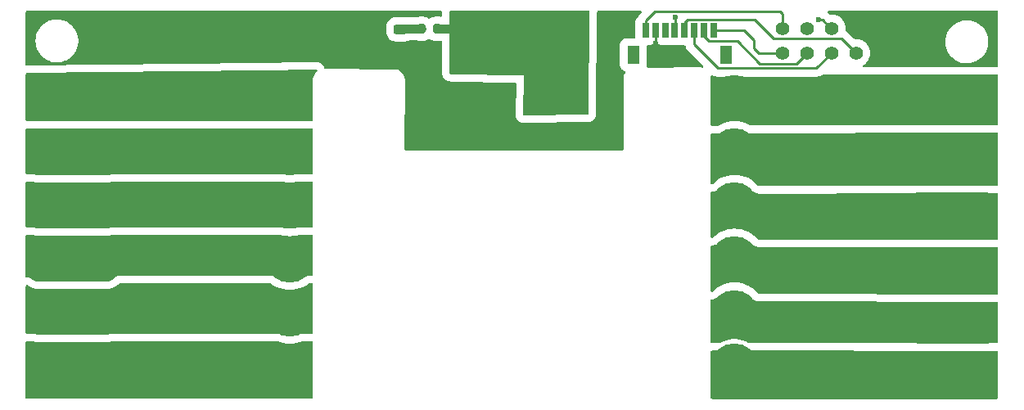
<source format=gtl>
%TF.GenerationSoftware,KiCad,Pcbnew,8.0.4*%
%TF.CreationDate,2025-01-10T16:53:36-05:00*%
%TF.ProjectId,X17-ESC-Adapter,5831372d-4553-4432-9d41-646170746572,rev?*%
%TF.SameCoordinates,Original*%
%TF.FileFunction,Copper,L1,Top*%
%TF.FilePolarity,Positive*%
%FSLAX46Y46*%
G04 Gerber Fmt 4.6, Leading zero omitted, Abs format (unit mm)*
G04 Created by KiCad (PCBNEW 8.0.4) date 2025-01-10 16:53:36*
%MOMM*%
%LPD*%
G01*
G04 APERTURE LIST*
G04 Aperture macros list*
%AMRoundRect*
0 Rectangle with rounded corners*
0 $1 Rounding radius*
0 $2 $3 $4 $5 $6 $7 $8 $9 X,Y pos of 4 corners*
0 Add a 4 corners polygon primitive as box body*
4,1,4,$2,$3,$4,$5,$6,$7,$8,$9,$2,$3,0*
0 Add four circle primitives for the rounded corners*
1,1,$1+$1,$2,$3*
1,1,$1+$1,$4,$5*
1,1,$1+$1,$6,$7*
1,1,$1+$1,$8,$9*
0 Add four rect primitives between the rounded corners*
20,1,$1+$1,$2,$3,$4,$5,0*
20,1,$1+$1,$4,$5,$6,$7,0*
20,1,$1+$1,$6,$7,$8,$9,0*
20,1,$1+$1,$8,$9,$2,$3,0*%
G04 Aperture macros list end*
%TA.AperFunction,SMDPad,CuDef*%
%ADD10RoundRect,0.920750X3.587750X-0.920750X3.587750X0.920750X-3.587750X0.920750X-3.587750X-0.920750X0*%
%TD*%
%TA.AperFunction,SMDPad,CuDef*%
%ADD11RoundRect,0.200000X0.200000X0.275000X-0.200000X0.275000X-0.200000X-0.275000X0.200000X-0.275000X0*%
%TD*%
%TA.AperFunction,ComponentPad*%
%ADD12C,1.701800*%
%TD*%
%TA.AperFunction,ComponentPad*%
%ADD13C,1.390000*%
%TD*%
%TA.AperFunction,ComponentPad*%
%ADD14R,1.390000X1.390000*%
%TD*%
%TA.AperFunction,ComponentPad*%
%ADD15C,4.800000*%
%TD*%
%TA.AperFunction,SMDPad,CuDef*%
%ADD16R,4.000000X2.000000*%
%TD*%
%TA.AperFunction,SMDPad,CuDef*%
%ADD17R,0.660400X1.549400*%
%TD*%
%TA.AperFunction,SMDPad,CuDef*%
%ADD18R,1.295400X1.905000*%
%TD*%
%TA.AperFunction,SMDPad,CuDef*%
%ADD19RoundRect,0.243750X0.456250X-0.243750X0.456250X0.243750X-0.456250X0.243750X-0.456250X-0.243750X0*%
%TD*%
%TA.AperFunction,ViaPad*%
%ADD20C,0.600000*%
%TD*%
%TA.AperFunction,Conductor*%
%ADD21C,0.200000*%
%TD*%
%TA.AperFunction,Conductor*%
%ADD22C,0.889000*%
%TD*%
%TA.AperFunction,Conductor*%
%ADD23C,0.254000*%
%TD*%
%TA.AperFunction,Conductor*%
%ADD24C,0.508000*%
%TD*%
G04 APERTURE END LIST*
D10*
%TO.P,J3,1,Pin_1*%
%TO.N,ESC1B*%
X112500000Y-92500000D03*
%TD*%
%TO.P,J11,1,Pin_1*%
%TO.N,ESC4A*%
X203540000Y-104570000D03*
%TD*%
%TO.P,J9,1,Pin_1*%
%TO.N,ESC3C*%
X203440000Y-98020000D03*
%TD*%
D11*
%TO.P,R2,1*%
%TO.N,+12V*%
X150225000Y-79200000D03*
%TO.P,R2,2*%
%TO.N,Net-(D1-Pad2)*%
X148575000Y-79200000D03*
%TD*%
D12*
%TO.P,ESC2,1,1*%
%TO.N,ESC2C*%
X119710000Y-113870000D03*
%TO.P,ESC2,2,2*%
X126710001Y-113870000D03*
%TO.P,ESC2,3,3*%
%TO.N,ESC2B*%
X119710000Y-108870000D03*
%TO.P,ESC2,4,4*%
X126710001Y-108870000D03*
%TO.P,ESC2,5,5*%
%TO.N,ESC2A*%
X119710000Y-103870000D03*
%TO.P,ESC2,6,6*%
X126710001Y-103870000D03*
%TD*%
%TO.P,ESC1,1,1*%
%TO.N,ESC1C*%
X120010000Y-97180000D03*
%TO.P,ESC1,2,2*%
X127010001Y-97180000D03*
%TO.P,ESC1,3,3*%
%TO.N,ESC1B*%
X120010000Y-92180000D03*
%TO.P,ESC1,4,4*%
X127010001Y-92180000D03*
%TO.P,ESC1,5,5*%
%TO.N,ESC1A*%
X120010000Y-87180000D03*
%TO.P,ESC1,6,6*%
X127010001Y-87180000D03*
%TD*%
D13*
%TO.P,J2,01,01*%
%TO.N,+12V*%
X152890000Y-79200000D03*
X152890000Y-81740000D03*
X155430000Y-79200000D03*
X155430000Y-81740000D03*
X157970000Y-79200000D03*
X157970000Y-81740000D03*
X160510000Y-79200000D03*
X160510000Y-81740000D03*
X163050000Y-79200000D03*
D14*
X163050000Y-81740000D03*
%TO.P,J2,03,03*%
%TO.N,GND*%
X119890000Y-79425000D03*
D13*
X119890000Y-81965000D03*
X122430000Y-79425000D03*
X122430000Y-81965000D03*
X124970000Y-79425000D03*
X124970000Y-81965000D03*
X127510000Y-79425000D03*
X127510000Y-81965000D03*
X130050000Y-79425000D03*
X130050000Y-81965000D03*
X193550000Y-79175000D03*
X196090000Y-79175000D03*
D14*
X196090000Y-81715000D03*
D13*
%TO.P,J2,04,04*%
%TO.N,PWM1*%
X193550000Y-81715000D03*
%TO.P,J2,05,05*%
%TO.N,Telemetry*%
X191010000Y-79175000D03*
%TO.P,J2,06,06*%
%TO.N,PWM2*%
X191010000Y-81715000D03*
%TO.P,J2,07,07*%
%TO.N,unconnected-(J2-Pad07)*%
X188470000Y-79175000D03*
%TO.P,J2,08,08*%
%TO.N,PWM3*%
X188470000Y-81715000D03*
%TO.P,J2,09,09*%
%TO.N,+5V*%
X185930000Y-79175000D03*
%TO.P,J2,10,10*%
%TO.N,PWM4*%
X185930000Y-81715000D03*
%TD*%
D10*
%TO.P,J10,1,Pin_1*%
%TO.N,ESC3B*%
X203400000Y-92610000D03*
%TD*%
D15*
%TO.P,ESC5,1,M1P1*%
%TO.N,ESC1A*%
X134975000Y-86355000D03*
%TO.P,ESC5,2,M1P2*%
%TO.N,ESC1B*%
X134975000Y-91925000D03*
%TO.P,ESC5,3,M1P3*%
%TO.N,ESC1C*%
X134975000Y-97495000D03*
%TO.P,ESC5,4,M2P1*%
%TO.N,ESC2A*%
X134975000Y-103055000D03*
%TO.P,ESC5,5,M2P2*%
%TO.N,ESC2B*%
X134975000Y-108625000D03*
%TO.P,ESC5,6,M2P3*%
%TO.N,ESC2C*%
X134975000Y-114195000D03*
%TO.P,ESC5,7,M4P3*%
%TO.N,ESC4C*%
X180975000Y-114195000D03*
%TO.P,ESC5,8,M4P2*%
%TO.N,ESC4B*%
X180975000Y-108625000D03*
%TO.P,ESC5,9,M4P1*%
%TO.N,ESC4A*%
X180975000Y-103055000D03*
%TO.P,ESC5,10,M3P3*%
%TO.N,ESC3C*%
X180975000Y-97495000D03*
%TO.P,ESC5,11,M3P2*%
%TO.N,ESC3B*%
X180975000Y-91925000D03*
%TO.P,ESC5,12,M3P1*%
%TO.N,ESC3A*%
X180975000Y-86355000D03*
D16*
%TO.P,ESC5,GND,GND*%
%TO.N,GND*%
X153485000Y-86605000D03*
%TO.P,ESC5,VIN,VIN*%
%TO.N,+12V*%
X162465000Y-86605000D03*
%TD*%
D10*
%TO.P,J1,1,Pin_1*%
%TO.N,ESC1C*%
X112500000Y-98000000D03*
%TD*%
D17*
%TO.P,BM08B-SRSS-TBLFSN1,1,1*%
%TO.N,PWM4*%
X178800001Y-79371600D03*
%TO.P,BM08B-SRSS-TBLFSN1,2,2*%
%TO.N,PWM3*%
X177800000Y-79371600D03*
%TO.P,BM08B-SRSS-TBLFSN1,3,3*%
%TO.N,PWM2*%
X176800000Y-79371600D03*
%TO.P,BM08B-SRSS-TBLFSN1,4,4*%
%TO.N,PWM1*%
X175799999Y-79371600D03*
%TO.P,BM08B-SRSS-TBLFSN1,5,5*%
%TO.N,Telemetry*%
X174800001Y-79371600D03*
%TO.P,BM08B-SRSS-TBLFSN1,6,6*%
%TO.N,unconnected-(BM08B-SRSS-TBLFSN1-Pad6)*%
X173800000Y-79371600D03*
%TO.P,BM08B-SRSS-TBLFSN1,7,7*%
%TO.N,GND*%
X172800000Y-79371600D03*
%TO.P,BM08B-SRSS-TBLFSN1,8,8*%
%TO.N,+5V*%
X171799999Y-79371600D03*
D18*
%TO.P,BM08B-SRSS-TBLFSN1,9*%
%TO.N,N/C*%
X170499999Y-81896599D03*
%TO.P,BM08B-SRSS-TBLFSN1,10*%
X180100001Y-81896599D03*
%TD*%
D10*
%TO.P,J5,1,Pin_1*%
%TO.N,ESC2C*%
X112500000Y-115000000D03*
%TD*%
%TO.P,J4,1,Pin_1*%
%TO.N,ESC1A*%
X112390000Y-86750000D03*
%TD*%
D12*
%TO.P,ESC4,1,1*%
%TO.N,ESC4A*%
X196480001Y-104360000D03*
%TO.P,ESC4,2,2*%
X189480000Y-104360000D03*
%TO.P,ESC4,3,3*%
%TO.N,ESC4B*%
X196480001Y-109360000D03*
%TO.P,ESC4,4,4*%
X189480000Y-109360000D03*
%TO.P,ESC4,5,5*%
%TO.N,ESC4C*%
X196480001Y-114360000D03*
%TO.P,ESC4,6,6*%
X189480000Y-114360000D03*
%TD*%
D10*
%TO.P,J7,1,Pin_1*%
%TO.N,ESC2A*%
X112500000Y-103500000D03*
%TD*%
D19*
%TO.P,D1,1*%
%TO.N,GND*%
X146400000Y-81137500D03*
%TO.P,D1,2*%
%TO.N,Net-(D1-Pad2)*%
X146400000Y-79262500D03*
%TD*%
D10*
%TO.P,J12,1,Pin_1*%
%TO.N,ESC4B*%
X203590000Y-109890000D03*
%TD*%
%TO.P,J13,1,Pin_1*%
%TO.N,ESC4C*%
X203530000Y-114700000D03*
%TD*%
%TO.P,J6,1,Pin_1*%
%TO.N,ESC2B*%
X112500000Y-109000000D03*
%TD*%
D12*
%TO.P,ESC3,1,1*%
%TO.N,ESC3A*%
X196440000Y-87450000D03*
%TO.P,ESC3,2,2*%
X189439999Y-87450000D03*
%TO.P,ESC3,3,3*%
%TO.N,ESC3B*%
X196440000Y-92450000D03*
%TO.P,ESC3,4,4*%
X189439999Y-92450000D03*
%TO.P,ESC3,5,5*%
%TO.N,ESC3C*%
X196440000Y-97450000D03*
%TO.P,ESC3,6,6*%
X189439999Y-97450000D03*
%TD*%
D10*
%TO.P,J8,1,Pin_1*%
%TO.N,ESC3A*%
X203370000Y-87210000D03*
%TD*%
D20*
%TO.N,GND*%
X136000000Y-82000000D03*
X150000000Y-82000000D03*
X153000000Y-89000000D03*
X139000000Y-82000000D03*
X133000000Y-79000000D03*
X148000000Y-88000000D03*
X156000000Y-91000000D03*
X168000000Y-85000000D03*
X150000000Y-88000000D03*
X148000000Y-82000000D03*
X168000000Y-82000000D03*
X168000000Y-88000000D03*
X117000000Y-79000000D03*
X148000000Y-85000000D03*
X142000000Y-82000000D03*
X162000000Y-91000000D03*
X153000000Y-91000000D03*
X168000000Y-91000000D03*
X156000000Y-89000000D03*
X139000000Y-79000000D03*
X136000000Y-79000000D03*
X148000000Y-91000000D03*
X165000000Y-91000000D03*
X133000000Y-82000000D03*
X168000000Y-79000000D03*
X150000000Y-91000000D03*
X145000000Y-82000000D03*
X159000000Y-91000000D03*
X150000000Y-85000000D03*
X117000000Y-82000000D03*
X168400000Y-80700000D03*
X142000000Y-79000000D03*
X172800000Y-80700000D03*
%TO.N,Telemetry*%
X189700000Y-78300000D03*
X174848452Y-78000000D03*
%TD*%
D21*
%TO.N,ESC2B*%
X133970000Y-108000000D02*
X134990000Y-109020000D01*
%TO.N,ESC3A*%
X182197200Y-87957200D02*
X180990000Y-86750000D01*
%TO.N,ESC4A*%
X181662801Y-104122801D02*
X180990000Y-103450000D01*
D22*
%TO.N,+12V*%
X152890000Y-79200000D02*
X150225000Y-79200000D01*
D23*
%TO.N,GND*%
X172800000Y-80700000D02*
X172800000Y-79371600D01*
X153410000Y-86690000D02*
X152220000Y-86690000D01*
D22*
%TO.N,Net-(D1-Pad2)*%
X148575000Y-79200000D02*
X146462500Y-79200000D01*
D24*
X146462500Y-79200000D02*
X146400000Y-79262500D01*
D23*
%TO.N,PWM4*%
X181935000Y-79335000D02*
X183000000Y-80400000D01*
X183000000Y-81200000D02*
X183515000Y-81715000D01*
X178780001Y-79335000D02*
X181935000Y-79335000D01*
X183515000Y-81715000D02*
X185930000Y-81715000D01*
X183000000Y-80400000D02*
X183000000Y-81200000D01*
%TO.N,PWM2*%
X191010000Y-81715000D02*
X189449000Y-83276000D01*
X179241802Y-83276000D02*
X176780000Y-80814198D01*
X189449000Y-83276000D02*
X179241802Y-83276000D01*
X176780000Y-80814198D02*
X176780000Y-79335000D01*
%TO.N,PWM1*%
X175779999Y-79335000D02*
X175779999Y-78576101D01*
X183055353Y-78233300D02*
X185022053Y-80200000D01*
X176122800Y-78233300D02*
X183055353Y-78233300D01*
X185022053Y-80200000D02*
X192035000Y-80200000D01*
X192035000Y-80200000D02*
X193550000Y-81715000D01*
X175779999Y-78576101D02*
X176122800Y-78233300D01*
%TO.N,PWM3*%
X177780000Y-79335000D02*
X177780000Y-79927800D01*
X187363000Y-82822000D02*
X188470000Y-81715000D01*
X183600000Y-82822000D02*
X187363000Y-82822000D01*
X178352200Y-80500000D02*
X181278000Y-80500000D01*
X181278000Y-80500000D02*
X183600000Y-82822000D01*
X177780000Y-79927800D02*
X178352200Y-80500000D01*
%TO.N,Telemetry*%
X190100000Y-78300000D02*
X191060000Y-79260000D01*
X174848452Y-78000000D02*
X174848452Y-79323149D01*
X189700000Y-78300000D02*
X190100000Y-78300000D01*
X174848452Y-79323149D02*
X174800001Y-79371600D01*
%TO.N,+5V*%
X185673000Y-77373000D02*
X172769899Y-77373000D01*
X185980000Y-79260000D02*
X185980000Y-77680000D01*
X171799999Y-78342900D02*
X171799999Y-79371600D01*
X172769899Y-77373000D02*
X171799999Y-78342900D01*
X171780000Y-79334999D02*
X171779999Y-79335000D01*
X185980000Y-77680000D02*
X185673000Y-77373000D01*
%TD*%
%TA.AperFunction,Conductor*%
%TO.N,ESC1A*%
G36*
X137775133Y-83423314D02*
G01*
X137821734Y-83475373D01*
X137832791Y-83544362D01*
X137804795Y-83608378D01*
X137789788Y-83623436D01*
X137710677Y-83690241D01*
X137710674Y-83690243D01*
X137583796Y-83842233D01*
X137583793Y-83842237D01*
X137485134Y-84013897D01*
X137485132Y-84013901D01*
X137417676Y-84200035D01*
X137417674Y-84200042D01*
X137383450Y-84395043D01*
X137383500Y-84492061D01*
X137383500Y-88608500D01*
X137363815Y-88675539D01*
X137311011Y-88721294D01*
X137259500Y-88732500D01*
X135355205Y-88732500D01*
X135290737Y-88735212D01*
X135267381Y-88737182D01*
X135267380Y-88737170D01*
X135262184Y-88737645D01*
X134981952Y-88753382D01*
X134968047Y-88753382D01*
X134687838Y-88737647D01*
X134682638Y-88737171D01*
X134682637Y-88737184D01*
X134680042Y-88736965D01*
X134680033Y-88736964D01*
X134664845Y-88735683D01*
X134659242Y-88735211D01*
X134594797Y-88732500D01*
X134594786Y-88732500D01*
X107774500Y-88732500D01*
X107707461Y-88712815D01*
X107661706Y-88660011D01*
X107650500Y-88608500D01*
X107650500Y-83914639D01*
X107670185Y-83847600D01*
X107722989Y-83801845D01*
X107772996Y-83790648D01*
X131800000Y-83500000D01*
X137707785Y-83404713D01*
X137775133Y-83423314D01*
G37*
%TD.AperFunction*%
%TD*%
%TA.AperFunction,Conductor*%
%TO.N,ESC1C*%
G36*
X108347032Y-95006516D02*
G01*
X108496171Y-95056877D01*
X108750800Y-95101216D01*
X108808887Y-95104000D01*
X116191112Y-95103999D01*
X116249200Y-95101216D01*
X116503829Y-95056877D01*
X116652967Y-95006516D01*
X116692637Y-95000000D01*
X134207302Y-95000000D01*
X134241629Y-95004846D01*
X134262082Y-95010738D01*
X134270169Y-95013068D01*
X134620354Y-95072567D01*
X134975000Y-95092483D01*
X135329646Y-95072567D01*
X135679831Y-95013068D01*
X135702570Y-95006517D01*
X135708371Y-95004846D01*
X135742698Y-95000000D01*
X137259500Y-95000000D01*
X137326539Y-95019685D01*
X137372294Y-95072489D01*
X137383500Y-95124000D01*
X137383500Y-99608500D01*
X137363815Y-99675539D01*
X137311011Y-99721294D01*
X137259500Y-99732500D01*
X135985661Y-99732500D01*
X135878421Y-99740031D01*
X135878400Y-99740033D01*
X135844090Y-99744875D01*
X135844068Y-99744879D01*
X135738874Y-99767340D01*
X135738858Y-99767344D01*
X135515458Y-99831704D01*
X135501902Y-99834798D01*
X135250446Y-99877523D01*
X135236627Y-99879080D01*
X135037650Y-99890253D01*
X135023749Y-99890253D01*
X134975003Y-99887517D01*
X134974997Y-99887517D01*
X134926249Y-99890253D01*
X134912348Y-99890253D01*
X134713371Y-99879080D01*
X134699552Y-99877523D01*
X134448093Y-99834798D01*
X134434536Y-99831704D01*
X134211133Y-99767342D01*
X134105948Y-99744882D01*
X134105914Y-99744876D01*
X134071590Y-99740031D01*
X133964340Y-99732500D01*
X133964329Y-99732500D01*
X116692637Y-99732500D01*
X116692616Y-99732500D01*
X116568245Y-99742648D01*
X116568234Y-99742649D01*
X116528564Y-99749165D01*
X116407415Y-99779355D01*
X116407414Y-99779356D01*
X116323126Y-99807817D01*
X116304730Y-99812495D01*
X116177450Y-99834660D01*
X116156176Y-99836499D01*
X108843828Y-99836499D01*
X108822556Y-99834661D01*
X108695265Y-99812496D01*
X108676867Y-99807817D01*
X108658059Y-99801466D01*
X108592578Y-99779355D01*
X108592567Y-99779352D01*
X108592554Y-99779348D01*
X108471435Y-99749164D01*
X108431768Y-99742649D01*
X108431757Y-99742648D01*
X108307383Y-99732500D01*
X108307363Y-99732500D01*
X107774500Y-99732500D01*
X107707461Y-99712815D01*
X107661706Y-99660011D01*
X107650500Y-99608500D01*
X107650500Y-95124000D01*
X107670185Y-95056961D01*
X107722989Y-95011206D01*
X107774500Y-95000000D01*
X108307363Y-95000000D01*
X108347032Y-95006516D01*
G37*
%TD.AperFunction*%
%TD*%
%TA.AperFunction,Conductor*%
%TO.N,ESC3A*%
G36*
X208188566Y-83930893D02*
G01*
X208234476Y-83983562D01*
X208245834Y-84035468D01*
X208243281Y-89039950D01*
X208223562Y-89106980D01*
X208170735Y-89152708D01*
X208119563Y-89163887D01*
X182654257Y-89221894D01*
X182593994Y-89206422D01*
X182349316Y-89071194D01*
X182349312Y-89071192D01*
X182080430Y-88959819D01*
X182021153Y-88935266D01*
X182021150Y-88935265D01*
X181679835Y-88836933D01*
X181679827Y-88836931D01*
X181329653Y-88777434D01*
X181329641Y-88777432D01*
X180975000Y-88757517D01*
X180620358Y-88777432D01*
X180620346Y-88777434D01*
X180270172Y-88836931D01*
X180270164Y-88836933D01*
X179928849Y-88935265D01*
X179600687Y-89071192D01*
X179600683Y-89071194D01*
X179342107Y-89214103D01*
X179282409Y-89229575D01*
X178639917Y-89231039D01*
X178572832Y-89211507D01*
X178526957Y-89158807D01*
X178515634Y-89107020D01*
X178516486Y-84418306D01*
X178516490Y-84418262D01*
X178516500Y-84343360D01*
X178516500Y-84343355D01*
X178516500Y-84343218D01*
X178516512Y-84277484D01*
X178516510Y-84277479D01*
X178516512Y-84270229D01*
X178516405Y-84268606D01*
X178516403Y-84243724D01*
X178510281Y-84209084D01*
X178498736Y-84143752D01*
X178506454Y-84074310D01*
X178550489Y-84020064D01*
X178616862Y-83998237D01*
X178620408Y-83998175D01*
X178683299Y-83997990D01*
X178750395Y-84017478D01*
X178752551Y-84018886D01*
X178820469Y-84064267D01*
X178954515Y-84119790D01*
X178982344Y-84131317D01*
X179154189Y-84165499D01*
X179154193Y-84165500D01*
X179154194Y-84165500D01*
X189536609Y-84165500D01*
X189536610Y-84165499D01*
X189708458Y-84131317D01*
X189870336Y-84064265D01*
X189988313Y-83985434D01*
X190054990Y-83964557D01*
X190056742Y-83964538D01*
X208121473Y-83911407D01*
X208188566Y-83930893D01*
G37*
%TD.AperFunction*%
%TD*%
%TA.AperFunction,Conductor*%
%TO.N,+12V*%
G36*
X165940715Y-77372185D02*
G01*
X165986470Y-77424989D01*
X165997671Y-77477640D01*
X165901113Y-87978933D01*
X165880813Y-88045789D01*
X165827590Y-88091056D01*
X165778941Y-88101780D01*
X159228855Y-88198105D01*
X159161534Y-88179408D01*
X159115007Y-88127282D01*
X159103067Y-88071166D01*
X159103672Y-88045789D01*
X159200000Y-84000000D01*
X151622390Y-83901589D01*
X151555612Y-83881035D01*
X151510546Y-83827641D01*
X151500000Y-83777599D01*
X151500000Y-77476500D01*
X151519685Y-77409461D01*
X151572489Y-77363706D01*
X151624000Y-77352500D01*
X165873676Y-77352500D01*
X165940715Y-77372185D01*
G37*
%TD.AperFunction*%
%TD*%
%TA.AperFunction,Conductor*%
%TO.N,ESC4B*%
G36*
X182379480Y-106712885D02*
G01*
X182446504Y-106732613D01*
X182451131Y-106735741D01*
X182464935Y-106745536D01*
X182475792Y-106754193D01*
X182475807Y-106754206D01*
X182665996Y-106924169D01*
X182675827Y-106934000D01*
X182803193Y-107076523D01*
X182803194Y-107076524D01*
X182803193Y-107076524D01*
X182841228Y-107119085D01*
X182841235Y-107119093D01*
X182903700Y-107180189D01*
X182914896Y-107191140D01*
X182940147Y-107212719D01*
X182940153Y-107212723D01*
X182940155Y-107212725D01*
X183022047Y-107269886D01*
X183062998Y-107298470D01*
X183221334Y-107365308D01*
X183288341Y-107385102D01*
X183333773Y-107397024D01*
X183504526Y-107416544D01*
X208108888Y-107456539D01*
X208108895Y-107456538D01*
X208110022Y-107456540D01*
X208177029Y-107476334D01*
X208222698Y-107529212D01*
X208233820Y-107580603D01*
X208231760Y-111618348D01*
X208212041Y-111685378D01*
X208159214Y-111731106D01*
X208107720Y-111742285D01*
X182548630Y-111733977D01*
X182481597Y-111714271D01*
X182480578Y-111713608D01*
X182437655Y-111685378D01*
X182427713Y-111678839D01*
X182427699Y-111678831D01*
X182125783Y-111527203D01*
X182125777Y-111527200D01*
X181808284Y-111411642D01*
X181808281Y-111411641D01*
X181581639Y-111357926D01*
X181479520Y-111333724D01*
X181143935Y-111294500D01*
X180806065Y-111294500D01*
X180470480Y-111333724D01*
X180141718Y-111411641D01*
X180141715Y-111411642D01*
X179824222Y-111527200D01*
X179824216Y-111527203D01*
X179522300Y-111678831D01*
X179522281Y-111678842D01*
X179471020Y-111712556D01*
X179404192Y-111732947D01*
X179402843Y-111732954D01*
X178670401Y-111732717D01*
X178635649Y-111732706D01*
X178635648Y-111732706D01*
X178635510Y-111732706D01*
X178568477Y-111713000D01*
X178522739Y-111660181D01*
X178511550Y-111608688D01*
X178512328Y-107320218D01*
X178532025Y-107253185D01*
X178584837Y-107207439D01*
X178638231Y-107196258D01*
X178646765Y-107196388D01*
X178657843Y-107196559D01*
X178657867Y-107196559D01*
X178751656Y-107192252D01*
X178751658Y-107192251D01*
X178751663Y-107192251D01*
X178919412Y-107154863D01*
X178919415Y-107154861D01*
X178919417Y-107154861D01*
X179074630Y-107081087D01*
X179074631Y-107081086D01*
X179074636Y-107081084D01*
X179133984Y-107044214D01*
X179173030Y-107018271D01*
X179203068Y-106991432D01*
X179215176Y-106985678D01*
X179246688Y-106957515D01*
X179246689Y-106957516D01*
X179272126Y-106934783D01*
X179272128Y-106934782D01*
X179474192Y-106754206D01*
X179485059Y-106745539D01*
X179488526Y-106743078D01*
X179501415Y-106733933D01*
X179567477Y-106711191D01*
X179573202Y-106711061D01*
X182379480Y-106712885D01*
G37*
%TD.AperFunction*%
%TD*%
%TA.AperFunction,Conductor*%
%TO.N,ESC4A*%
G36*
X182187815Y-101006807D02*
G01*
X182254822Y-101026601D01*
X182259368Y-101029678D01*
X182464929Y-101175532D01*
X182475801Y-101184201D01*
X182665995Y-101354168D01*
X182675828Y-101364002D01*
X182707898Y-101399889D01*
X182707899Y-101399891D01*
X182775337Y-101475355D01*
X182775347Y-101475364D01*
X182775349Y-101475367D01*
X182849199Y-101547575D01*
X182874518Y-101569198D01*
X182874522Y-101569201D01*
X182997612Y-101655030D01*
X182997617Y-101655033D01*
X182997620Y-101655035D01*
X183156001Y-101721769D01*
X183156011Y-101721772D01*
X183156019Y-101721775D01*
X183223013Y-101741517D01*
X183251944Y-101749089D01*
X183268453Y-101753410D01*
X183439219Y-101772820D01*
X183439218Y-101772820D01*
X183491162Y-101772870D01*
X208112354Y-101796954D01*
X208112358Y-101796953D01*
X208112828Y-101796954D01*
X208179848Y-101816704D01*
X208225552Y-101869553D01*
X208236707Y-101921017D01*
X208234338Y-106565103D01*
X208214619Y-106632133D01*
X208161792Y-106677861D01*
X208110136Y-106689040D01*
X183505774Y-106649045D01*
X183438767Y-106629251D01*
X183413516Y-106607672D01*
X183375474Y-106565103D01*
X183214749Y-106385251D01*
X182949893Y-106148562D01*
X182949892Y-106148561D01*
X182660205Y-105943016D01*
X182349316Y-105771194D01*
X182349312Y-105771192D01*
X182080430Y-105659819D01*
X182021153Y-105635266D01*
X182021150Y-105635265D01*
X181679835Y-105536933D01*
X181679827Y-105536931D01*
X181329653Y-105477434D01*
X181329641Y-105477432D01*
X180975000Y-105457517D01*
X180620358Y-105477432D01*
X180620346Y-105477434D01*
X180270172Y-105536931D01*
X180270164Y-105536933D01*
X179928849Y-105635265D01*
X179600687Y-105771192D01*
X179600683Y-105771194D01*
X179289794Y-105943016D01*
X179000107Y-106148561D01*
X178760709Y-106362499D01*
X178735251Y-106385251D01*
X178728969Y-106392279D01*
X178669621Y-106429149D01*
X178599760Y-106428079D01*
X178541567Y-106389410D01*
X178513518Y-106325417D01*
X178512512Y-106309628D01*
X178512610Y-105771192D01*
X178513340Y-101749087D01*
X178533037Y-101682054D01*
X178585849Y-101636308D01*
X178639247Y-101625127D01*
X178645885Y-101625229D01*
X178658826Y-101625428D01*
X178658833Y-101625427D01*
X178658851Y-101625428D01*
X178752624Y-101621125D01*
X178920375Y-101583747D01*
X179075604Y-101509977D01*
X179134955Y-101473110D01*
X179174160Y-101447057D01*
X179202803Y-101421454D01*
X179215429Y-101415451D01*
X179246667Y-101387534D01*
X179246668Y-101387535D01*
X179474208Y-101184191D01*
X179485061Y-101175536D01*
X179693100Y-101027924D01*
X179704855Y-101020537D01*
X179708822Y-101018345D01*
X179768998Y-101002875D01*
X182187815Y-101006807D01*
G37*
%TD.AperFunction*%
%TD*%
%TA.AperFunction,Conductor*%
%TO.N,ESC3C*%
G36*
X182315742Y-95509853D02*
G01*
X182320695Y-95513192D01*
X182464929Y-95615532D01*
X182475801Y-95624201D01*
X182665995Y-95794168D01*
X182675826Y-95803999D01*
X182801575Y-95944713D01*
X182801576Y-95944714D01*
X182813063Y-95957568D01*
X182887855Y-96030580D01*
X182904151Y-96044452D01*
X182913508Y-96052417D01*
X182913524Y-96052429D01*
X182924433Y-96059996D01*
X183037851Y-96138671D01*
X183037852Y-96138671D01*
X183037853Y-96138672D01*
X183037859Y-96138675D01*
X183196445Y-96204889D01*
X183196451Y-96204891D01*
X183263535Y-96224423D01*
X183309000Y-96236164D01*
X183309003Y-96236164D01*
X183309006Y-96236165D01*
X183479834Y-96255019D01*
X199496896Y-96218533D01*
X199562102Y-96215609D01*
X199583091Y-96213771D01*
X199647796Y-96205320D01*
X199762553Y-96185337D01*
X199783824Y-96183500D01*
X207096173Y-96183500D01*
X207117443Y-96185337D01*
X207130321Y-96187580D01*
X207130326Y-96187580D01*
X207130334Y-96187582D01*
X207172049Y-96192981D01*
X207196763Y-96196180D01*
X207218316Y-96198018D01*
X207285278Y-96200792D01*
X208115285Y-96198901D01*
X208182366Y-96218432D01*
X208228241Y-96271132D01*
X208239564Y-96322963D01*
X208237226Y-100905517D01*
X208217507Y-100972547D01*
X208164680Y-101018275D01*
X208113105Y-101029454D01*
X183439970Y-101005320D01*
X183372950Y-100985570D01*
X183347631Y-100963947D01*
X183295415Y-100905517D01*
X183214749Y-100815251D01*
X182949893Y-100578562D01*
X182949892Y-100578561D01*
X182660205Y-100373016D01*
X182349316Y-100201194D01*
X182349312Y-100201192D01*
X182080430Y-100089819D01*
X182021153Y-100065266D01*
X182021150Y-100065265D01*
X181679835Y-99966933D01*
X181679827Y-99966931D01*
X181329653Y-99907434D01*
X181329641Y-99907432D01*
X180975000Y-99887517D01*
X180620358Y-99907432D01*
X180620346Y-99907434D01*
X180270172Y-99966931D01*
X180270164Y-99966933D01*
X179928849Y-100065265D01*
X179600687Y-100201192D01*
X179600683Y-100201194D01*
X179289794Y-100373016D01*
X179000107Y-100578561D01*
X178735247Y-100815254D01*
X178729978Y-100821151D01*
X178670627Y-100858018D01*
X178600766Y-100856946D01*
X178542575Y-100818274D01*
X178514529Y-100754280D01*
X178513523Y-100738510D01*
X178514349Y-96187957D01*
X178534046Y-96120925D01*
X178586858Y-96075179D01*
X178640256Y-96063998D01*
X178646894Y-96064100D01*
X178659835Y-96064299D01*
X178659842Y-96064298D01*
X178659860Y-96064299D01*
X178753633Y-96059996D01*
X178921384Y-96022618D01*
X179076613Y-95948848D01*
X179135964Y-95911981D01*
X179175220Y-95885892D01*
X179202567Y-95861444D01*
X179215718Y-95855191D01*
X179246670Y-95827531D01*
X179474204Y-95624194D01*
X179485056Y-95615540D01*
X179621096Y-95519014D01*
X179687160Y-95496275D01*
X179692552Y-95496144D01*
X182248660Y-95490321D01*
X182315742Y-95509853D01*
G37*
%TD.AperFunction*%
%TD*%
%TA.AperFunction,Conductor*%
%TO.N,GND*%
G36*
X150675539Y-77372185D02*
G01*
X150721294Y-77424989D01*
X150732500Y-77476500D01*
X150732500Y-77849361D01*
X150712815Y-77916400D01*
X150660011Y-77962155D01*
X150597520Y-77972874D01*
X150507775Y-77964895D01*
X150480832Y-77962500D01*
X149969168Y-77962500D01*
X149941038Y-77965000D01*
X149854322Y-77972710D01*
X149666122Y-78026561D01*
X149492609Y-78117196D01*
X149478360Y-78128816D01*
X149413963Y-78155924D01*
X149345134Y-78143914D01*
X149321640Y-78128816D01*
X149307390Y-78117196D01*
X149294708Y-78110571D01*
X149133880Y-78026562D01*
X149084740Y-78012501D01*
X148945677Y-77972710D01*
X148868337Y-77965834D01*
X148830832Y-77962500D01*
X148319168Y-77962500D01*
X148285548Y-77965489D01*
X148204324Y-77972710D01*
X148204320Y-77972711D01*
X148150132Y-77988216D01*
X148116021Y-77993000D01*
X146367502Y-77993000D01*
X146254027Y-78010973D01*
X146234629Y-78012500D01*
X145894317Y-78012500D01*
X145746488Y-78027059D01*
X145556810Y-78084598D01*
X145382003Y-78178033D01*
X145382000Y-78178035D01*
X145228780Y-78303780D01*
X145103035Y-78457000D01*
X145103033Y-78457003D01*
X145009598Y-78631810D01*
X144952059Y-78821487D01*
X144952059Y-78821490D01*
X144939165Y-78952415D01*
X144937500Y-78969316D01*
X144937500Y-79555682D01*
X144952059Y-79703511D01*
X145009598Y-79893189D01*
X145103033Y-80067996D01*
X145103035Y-80067999D01*
X145228780Y-80221219D01*
X145382000Y-80346964D01*
X145382003Y-80346966D01*
X145503271Y-80411784D01*
X145556812Y-80440402D01*
X145746490Y-80497941D01*
X145894313Y-80512500D01*
X146905686Y-80512499D01*
X147053510Y-80497941D01*
X147243188Y-80440402D01*
X147278286Y-80421641D01*
X147336739Y-80407000D01*
X148116021Y-80407000D01*
X148150132Y-80411784D01*
X148204320Y-80427289D01*
X148319168Y-80437500D01*
X148319174Y-80437500D01*
X148830826Y-80437500D01*
X148830832Y-80437500D01*
X148945680Y-80427289D01*
X149133880Y-80373438D01*
X149307388Y-80282805D01*
X149321637Y-80271185D01*
X149386033Y-80244075D01*
X149454863Y-80256083D01*
X149478361Y-80271184D01*
X149492612Y-80282805D01*
X149666120Y-80373438D01*
X149854320Y-80427289D01*
X149969168Y-80437500D01*
X149969174Y-80437500D01*
X150480826Y-80437500D01*
X150480832Y-80437500D01*
X150595680Y-80427289D01*
X150595682Y-80427288D01*
X150597519Y-80427125D01*
X150666038Y-80440795D01*
X150716289Y-80489340D01*
X150732500Y-80550638D01*
X150732500Y-83777599D01*
X150748996Y-83935868D01*
X150759542Y-83985910D01*
X150767329Y-84019172D01*
X150779972Y-84052315D01*
X150828583Y-84179753D01*
X150924030Y-84322671D01*
X150924037Y-84322681D01*
X150969093Y-84376063D01*
X150969106Y-84376078D01*
X151033913Y-84443961D01*
X151033920Y-84443968D01*
X151172265Y-84545942D01*
X151329832Y-84614574D01*
X151329839Y-84614576D01*
X151329841Y-84614577D01*
X151396587Y-84635121D01*
X151396610Y-84635128D01*
X151441903Y-84647565D01*
X151612423Y-84669024D01*
X158288910Y-84755731D01*
X158355688Y-84776285D01*
X158400754Y-84829679D01*
X158411265Y-84882672D01*
X158336390Y-88027493D01*
X158336390Y-88027498D01*
X158335783Y-88052947D01*
X158335650Y-88059839D01*
X158352372Y-88230894D01*
X158352374Y-88230906D01*
X158364311Y-88287011D01*
X158377376Y-88339314D01*
X158443052Y-88498136D01*
X158443055Y-88498141D01*
X158542409Y-88638345D01*
X158542419Y-88638358D01*
X158542423Y-88638363D01*
X158588950Y-88690489D01*
X158655629Y-88756570D01*
X158677371Y-88771685D01*
X158796741Y-88854673D01*
X158832780Y-88869197D01*
X158956151Y-88918917D01*
X159023472Y-88937614D01*
X159069091Y-88948793D01*
X159240141Y-88965522D01*
X165790227Y-88869197D01*
X165944159Y-88851286D01*
X165992808Y-88840562D01*
X166021927Y-88833545D01*
X166182274Y-88771685D01*
X166324835Y-88675696D01*
X166378058Y-88630429D01*
X166445726Y-88565336D01*
X166547173Y-88426605D01*
X166615205Y-88268778D01*
X166635505Y-88201922D01*
X166647768Y-88156590D01*
X166668581Y-87985990D01*
X166765139Y-77484697D01*
X166765137Y-77484685D01*
X166765023Y-77482147D01*
X166765167Y-77481555D01*
X166765170Y-77481305D01*
X166765228Y-77481305D01*
X166781634Y-77414280D01*
X166832300Y-77366168D01*
X166888894Y-77352500D01*
X171233094Y-77352500D01*
X171300133Y-77372185D01*
X171345888Y-77424989D01*
X171355832Y-77494147D01*
X171326807Y-77557703D01*
X171320775Y-77564181D01*
X171232976Y-77651980D01*
X171196318Y-77688638D01*
X171109077Y-77775878D01*
X171109075Y-77775881D01*
X171011735Y-77921561D01*
X171011732Y-77921567D01*
X170982235Y-77992776D01*
X170955358Y-78033001D01*
X170867609Y-78120751D01*
X170774036Y-78272457D01*
X170774034Y-78272462D01*
X170717968Y-78441657D01*
X170717967Y-78441664D01*
X170707299Y-78546081D01*
X170707299Y-80057599D01*
X170687614Y-80124638D01*
X170634810Y-80170393D01*
X170583299Y-80181599D01*
X169801495Y-80181599D01*
X169801479Y-80181600D01*
X169697056Y-80192268D01*
X169527861Y-80248334D01*
X169527856Y-80248336D01*
X169376148Y-80341911D01*
X169250111Y-80467948D01*
X169156536Y-80619656D01*
X169156534Y-80619661D01*
X169100468Y-80788856D01*
X169100467Y-80788863D01*
X169089799Y-80893280D01*
X169089799Y-82899902D01*
X169089800Y-82899918D01*
X169100468Y-83004341D01*
X169145133Y-83139130D01*
X169156535Y-83173539D01*
X169250110Y-83325248D01*
X169376150Y-83451288D01*
X169527859Y-83544863D01*
X169594898Y-83567077D01*
X169652341Y-83606848D01*
X169679165Y-83671363D01*
X169666851Y-83740139D01*
X169663495Y-83746409D01*
X169589520Y-83875570D01*
X169522248Y-84062307D01*
X169488389Y-84257892D01*
X169488389Y-84257897D01*
X169488466Y-84283321D01*
X169488289Y-84286214D01*
X169488689Y-84357618D01*
X169488690Y-84357948D01*
X169488898Y-84429325D01*
X169489107Y-84432321D01*
X169529326Y-91610524D01*
X169526187Y-91638951D01*
X169520301Y-91664603D01*
X169501086Y-91707895D01*
X169490639Y-91722846D01*
X169456591Y-91755778D01*
X169441298Y-91765722D01*
X169397380Y-91783484D01*
X169367524Y-91789292D01*
X169343844Y-91791574D01*
X169289903Y-91791573D01*
X169289902Y-91791573D01*
X169289901Y-91791573D01*
X169281843Y-91792634D01*
X169281770Y-91792084D01*
X169261912Y-91794699D01*
X146993230Y-91794699D01*
X146926191Y-91775014D01*
X146925050Y-91774273D01*
X146923382Y-91773175D01*
X146889292Y-91739721D01*
X146886605Y-91735802D01*
X146867683Y-91691919D01*
X146864463Y-91677043D01*
X146861658Y-91650511D01*
X146861755Y-91611507D01*
X146879215Y-84583257D01*
X146880070Y-84569039D01*
X146880243Y-84567560D01*
X146880247Y-84567548D01*
X146879421Y-84506664D01*
X146879411Y-84504734D01*
X146879563Y-84443798D01*
X146879561Y-84443790D01*
X146879418Y-84442678D01*
X146878405Y-84428330D01*
X146878165Y-84409106D01*
X146878165Y-84409103D01*
X146874486Y-84388512D01*
X146857347Y-84292574D01*
X146845606Y-84226855D01*
X146845605Y-84226852D01*
X146845605Y-84226851D01*
X146783858Y-84052315D01*
X146765611Y-84019172D01*
X146694572Y-83890140D01*
X146694569Y-83890137D01*
X146694568Y-83890134D01*
X146580108Y-83744620D01*
X146443522Y-83619641D01*
X146443519Y-83619639D01*
X146443518Y-83619638D01*
X146443513Y-83619634D01*
X146288440Y-83518521D01*
X146135661Y-83451288D01*
X146118987Y-83443950D01*
X146118985Y-83443949D01*
X146118984Y-83443949D01*
X146038763Y-83423352D01*
X145939667Y-83397908D01*
X145939665Y-83397907D01*
X145939663Y-83397907D01*
X145755252Y-83381620D01*
X145755239Y-83381620D01*
X145687719Y-83386774D01*
X145677662Y-83387132D01*
X138677696Y-83352138D01*
X138610756Y-83332119D01*
X138565266Y-83279087D01*
X138560107Y-83265590D01*
X138559063Y-83262295D01*
X138559060Y-83262289D01*
X138559060Y-83262286D01*
X138493158Y-83103558D01*
X138493157Y-83103556D01*
X138493156Y-83103554D01*
X138393588Y-82963475D01*
X138346993Y-82911423D01*
X138346986Y-82911415D01*
X138280214Y-82845430D01*
X138138959Y-82747528D01*
X138101688Y-82732569D01*
X137979467Y-82683514D01*
X137979445Y-82683507D01*
X137912107Y-82664909D01*
X137866487Y-82653800D01*
X137866481Y-82653799D01*
X137866480Y-82653799D01*
X137798051Y-82647204D01*
X137695411Y-82637313D01*
X137695408Y-82637313D01*
X136514333Y-82656362D01*
X131789492Y-82732569D01*
X131788992Y-82732576D01*
X107776000Y-83023055D01*
X107708727Y-83004183D01*
X107662337Y-82951936D01*
X107650500Y-82899064D01*
X107650500Y-80459998D01*
X108667500Y-80459998D01*
X108667500Y-80460001D01*
X108687329Y-80756226D01*
X108687331Y-80756236D01*
X108746467Y-81047176D01*
X108777719Y-81137176D01*
X108843856Y-81327640D01*
X108977757Y-81592623D01*
X109145783Y-81837394D01*
X109145785Y-81837396D01*
X109145789Y-81837402D01*
X109145792Y-81837404D01*
X109344935Y-82057586D01*
X109571658Y-82249268D01*
X109821907Y-82409021D01*
X109821910Y-82409022D01*
X109821911Y-82409023D01*
X109826327Y-82411072D01*
X110091216Y-82533994D01*
X110374780Y-82621956D01*
X110667537Y-82671338D01*
X110964265Y-82681259D01*
X111259667Y-82651541D01*
X111548472Y-82582715D01*
X111548475Y-82582713D01*
X111548479Y-82582713D01*
X111687000Y-82529362D01*
X111825528Y-82476010D01*
X112085888Y-82333328D01*
X112324908Y-82157217D01*
X112538322Y-81950819D01*
X112722321Y-81717817D01*
X112873623Y-81462370D01*
X112989527Y-81189035D01*
X113067965Y-80902691D01*
X113107537Y-80608447D01*
X113107537Y-80311553D01*
X113067965Y-80017309D01*
X112989527Y-79730965D01*
X112873623Y-79457630D01*
X112796474Y-79327377D01*
X112722321Y-79202182D01*
X112577018Y-79018183D01*
X112538322Y-78969181D01*
X112324908Y-78762783D01*
X112105302Y-78600976D01*
X112085894Y-78586676D01*
X112085891Y-78586674D01*
X112085888Y-78586672D01*
X111825528Y-78443990D01*
X111825523Y-78443988D01*
X111825521Y-78443987D01*
X111548479Y-78337286D01*
X111548474Y-78337285D01*
X111259667Y-78268459D01*
X111259664Y-78268458D01*
X110964269Y-78238741D01*
X110964265Y-78238741D01*
X110667537Y-78248662D01*
X110374779Y-78298044D01*
X110248278Y-78337285D01*
X110091216Y-78386006D01*
X110091209Y-78386009D01*
X110091207Y-78386010D01*
X109821911Y-78510976D01*
X109571658Y-78670731D01*
X109571656Y-78670733D01*
X109344933Y-78862415D01*
X109145792Y-79082595D01*
X109145789Y-79082597D01*
X109145783Y-79082606D01*
X108977757Y-79327377D01*
X108843856Y-79592360D01*
X108843854Y-79592363D01*
X108843854Y-79592365D01*
X108746467Y-79872823D01*
X108687331Y-80163763D01*
X108687329Y-80163773D01*
X108667500Y-80459998D01*
X107650500Y-80459998D01*
X107650500Y-77476500D01*
X107670185Y-77409461D01*
X107722989Y-77363706D01*
X107774500Y-77352500D01*
X150608500Y-77352500D01*
X150675539Y-77372185D01*
G37*
%TD.AperFunction*%
%TA.AperFunction,Conductor*%
G36*
X172843332Y-80614017D02*
G01*
X172887680Y-80642518D01*
X172993651Y-80748489D01*
X173145360Y-80842064D01*
X173314559Y-80898131D01*
X173418989Y-80908800D01*
X174181010Y-80908799D01*
X174285441Y-80898131D01*
X174285441Y-80898130D01*
X174287398Y-80897931D01*
X174312603Y-80897931D01*
X174314559Y-80898130D01*
X174314560Y-80898131D01*
X174418990Y-80908800D01*
X175181011Y-80908799D01*
X175285442Y-80898131D01*
X175285443Y-80898130D01*
X175287397Y-80897931D01*
X175312602Y-80897931D01*
X175314557Y-80898130D01*
X175314558Y-80898131D01*
X175418988Y-80908800D01*
X175790126Y-80908799D01*
X175857165Y-80928483D01*
X175902920Y-80981287D01*
X175911743Y-81008607D01*
X175924681Y-81073650D01*
X175924684Y-81073660D01*
X175991731Y-81235527D01*
X175991738Y-81235540D01*
X176089079Y-81381220D01*
X176089082Y-81381224D01*
X177730546Y-83022687D01*
X177764031Y-83084010D01*
X177759047Y-83153702D01*
X177717175Y-83209635D01*
X177651711Y-83234052D01*
X177621822Y-83232569D01*
X177475498Y-83207372D01*
X177475493Y-83207372D01*
X177467875Y-83207404D01*
X177377180Y-83207791D01*
X177376845Y-83207792D01*
X172001251Y-83216162D01*
X171934181Y-83196582D01*
X171888344Y-83143849D01*
X171878293Y-83074706D01*
X171883350Y-83053166D01*
X171899530Y-83004340D01*
X171910199Y-82899910D01*
X171910198Y-81032798D01*
X171929883Y-80965760D01*
X171982686Y-80920005D01*
X172034198Y-80908799D01*
X172181003Y-80908799D01*
X172181009Y-80908799D01*
X172285440Y-80898131D01*
X172454639Y-80842064D01*
X172606348Y-80748489D01*
X172712321Y-80642515D01*
X172773640Y-80609033D01*
X172843332Y-80614017D01*
G37*
%TD.AperFunction*%
%TA.AperFunction,Conductor*%
G36*
X208192221Y-77372185D02*
G01*
X208237976Y-77424989D01*
X208249181Y-77476561D01*
X208248420Y-78969180D01*
X208246352Y-83019964D01*
X208226633Y-83086994D01*
X208173806Y-83132722D01*
X208122691Y-83142617D01*
X208122695Y-83143899D01*
X194387318Y-83184296D01*
X194320221Y-83164809D01*
X194274311Y-83112140D01*
X194264164Y-83043011D01*
X194293002Y-82979370D01*
X194327936Y-82951243D01*
X194349909Y-82939352D01*
X194400586Y-82899909D01*
X194470583Y-82845428D01*
X194540521Y-82790993D01*
X194704114Y-82613283D01*
X194836226Y-82411071D01*
X194933253Y-82189871D01*
X194992548Y-81955719D01*
X195012495Y-81715000D01*
X195009812Y-81682623D01*
X194992548Y-81474284D01*
X194992548Y-81474281D01*
X194933253Y-81240129D01*
X194836226Y-81018929D01*
X194829482Y-81008607D01*
X194760284Y-80902691D01*
X194704114Y-80816717D01*
X194540521Y-80639007D01*
X194540516Y-80639003D01*
X194540514Y-80639001D01*
X194426163Y-80549998D01*
X202777500Y-80549998D01*
X202777500Y-80550001D01*
X202797329Y-80846226D01*
X202797331Y-80846236D01*
X202856467Y-81137176D01*
X202892217Y-81240129D01*
X202953856Y-81417640D01*
X203087757Y-81682623D01*
X203255783Y-81927394D01*
X203255785Y-81927396D01*
X203255789Y-81927402D01*
X203255792Y-81927404D01*
X203454935Y-82147586D01*
X203681658Y-82339268D01*
X203931907Y-82499021D01*
X204201216Y-82623994D01*
X204484780Y-82711956D01*
X204777537Y-82761338D01*
X205074265Y-82771259D01*
X205369667Y-82741541D01*
X205658472Y-82672715D01*
X205658475Y-82672713D01*
X205658479Y-82672713D01*
X205797000Y-82619362D01*
X205935528Y-82566010D01*
X206195888Y-82423328D01*
X206434908Y-82247217D01*
X206648322Y-82040819D01*
X206832321Y-81807817D01*
X206983623Y-81552370D01*
X207099527Y-81279035D01*
X207177965Y-80992691D01*
X207217537Y-80698447D01*
X207217537Y-80401553D01*
X207177965Y-80107309D01*
X207099527Y-79820965D01*
X206983623Y-79547630D01*
X206902312Y-79410350D01*
X206832321Y-79292182D01*
X206648321Y-79059180D01*
X206555399Y-78969313D01*
X206434908Y-78852783D01*
X206309974Y-78760731D01*
X206195894Y-78676676D01*
X206195891Y-78676674D01*
X206195888Y-78676672D01*
X205935528Y-78533990D01*
X205935523Y-78533988D01*
X205935521Y-78533987D01*
X205658479Y-78427286D01*
X205658474Y-78427285D01*
X205369667Y-78358459D01*
X205369664Y-78358458D01*
X205074269Y-78328741D01*
X205074265Y-78328741D01*
X204818722Y-78337285D01*
X204777537Y-78338662D01*
X204484779Y-78388044D01*
X204358278Y-78427285D01*
X204201216Y-78476006D01*
X204201209Y-78476009D01*
X204201207Y-78476010D01*
X203931911Y-78600976D01*
X203681658Y-78760731D01*
X203681656Y-78760733D01*
X203454933Y-78952415D01*
X203255792Y-79172595D01*
X203255789Y-79172597D01*
X203143090Y-79336771D01*
X203087757Y-79417377D01*
X202953856Y-79682360D01*
X202953854Y-79682363D01*
X202953854Y-79682365D01*
X202856467Y-79962823D01*
X202797331Y-80253763D01*
X202797329Y-80253773D01*
X202777500Y-80549998D01*
X194426163Y-80549998D01*
X194349917Y-80490653D01*
X194349911Y-80490649D01*
X194137479Y-80375686D01*
X194137474Y-80375684D01*
X193909023Y-80297257D01*
X193738285Y-80268766D01*
X193670772Y-80257500D01*
X193429228Y-80257500D01*
X193424661Y-80258262D01*
X193355296Y-80249877D01*
X193316576Y-80223633D01*
X192602026Y-79509082D01*
X192602018Y-79509076D01*
X192513775Y-79450114D01*
X192468969Y-79396502D01*
X192459089Y-79336771D01*
X192459868Y-79327380D01*
X192465970Y-79253730D01*
X192472495Y-79175004D01*
X192472495Y-79174994D01*
X192455440Y-78969180D01*
X192452548Y-78934281D01*
X192393253Y-78700129D01*
X192296226Y-78478929D01*
X192294316Y-78476006D01*
X192217518Y-78358458D01*
X192164114Y-78276717D01*
X192000521Y-78099007D01*
X192000516Y-78099003D01*
X192000514Y-78099001D01*
X191809917Y-77950653D01*
X191809911Y-77950649D01*
X191597479Y-77835686D01*
X191597474Y-77835684D01*
X191369023Y-77757257D01*
X191210188Y-77730752D01*
X191130772Y-77717500D01*
X190889228Y-77717500D01*
X190889227Y-77717500D01*
X190854670Y-77723266D01*
X190785305Y-77714883D01*
X190746583Y-77688640D01*
X190667023Y-77609080D01*
X190667022Y-77609079D01*
X190667021Y-77609078D01*
X190622907Y-77579602D01*
X190578102Y-77525989D01*
X190569395Y-77456664D01*
X190599550Y-77393637D01*
X190658993Y-77356918D01*
X190691798Y-77352500D01*
X208125182Y-77352500D01*
X208192221Y-77372185D01*
G37*
%TD.AperFunction*%
%TD*%
%TA.AperFunction,Conductor*%
%TO.N,ESC2A*%
G36*
X108347032Y-100506516D02*
G01*
X108496171Y-100556877D01*
X108750800Y-100601216D01*
X108808887Y-100604000D01*
X116191112Y-100603999D01*
X116249200Y-100601216D01*
X116503829Y-100556877D01*
X116652967Y-100506516D01*
X116692637Y-100500000D01*
X133964329Y-100500000D01*
X133998656Y-100504845D01*
X134270169Y-100583068D01*
X134620354Y-100642567D01*
X134975000Y-100662483D01*
X135329646Y-100642567D01*
X135679831Y-100583068D01*
X135951343Y-100504845D01*
X135985671Y-100500000D01*
X137259500Y-100500000D01*
X137326539Y-100519685D01*
X137372294Y-100572489D01*
X137383500Y-100624000D01*
X137383500Y-104608500D01*
X137363815Y-104675539D01*
X137311011Y-104721294D01*
X137259500Y-104732500D01*
X137032397Y-104732500D01*
X136971839Y-104734893D01*
X136952340Y-104736436D01*
X136952308Y-104736440D01*
X136845983Y-104752412D01*
X136845977Y-104752414D01*
X136683463Y-104808338D01*
X136683451Y-104808343D01*
X136633200Y-104832223D01*
X136620894Y-104837281D01*
X136619947Y-104837611D01*
X136550569Y-104881157D01*
X136533133Y-104886074D01*
X136256896Y-105082074D01*
X136245122Y-105089472D01*
X136021886Y-105212850D01*
X136009357Y-105218883D01*
X135773704Y-105316493D01*
X135760580Y-105321086D01*
X135515460Y-105391704D01*
X135501903Y-105394798D01*
X135250447Y-105437523D01*
X135236629Y-105439080D01*
X134981952Y-105453382D01*
X134968046Y-105453382D01*
X134713369Y-105439080D01*
X134699551Y-105437523D01*
X134448095Y-105394798D01*
X134434538Y-105391704D01*
X134189418Y-105321086D01*
X134176294Y-105316493D01*
X134022203Y-105252667D01*
X134022182Y-105252658D01*
X134006818Y-105246294D01*
X133940643Y-105218884D01*
X133928120Y-105212853D01*
X133874743Y-105183353D01*
X133874741Y-105183352D01*
X133704869Y-105089466D01*
X133693096Y-105082069D01*
X133568430Y-104993614D01*
X133455957Y-104913810D01*
X133452701Y-104911418D01*
X133449204Y-104908759D01*
X133449200Y-104908756D01*
X133449197Y-104908754D01*
X133446312Y-104906864D01*
X133442580Y-104904321D01*
X133419691Y-104888102D01*
X133405786Y-104880308D01*
X133359314Y-104849856D01*
X133359309Y-104849854D01*
X133359305Y-104849851D01*
X133200870Y-104783276D01*
X133133835Y-104763592D01*
X133121128Y-104760280D01*
X133088379Y-104751743D01*
X133088374Y-104751742D01*
X133088373Y-104751742D01*
X132917597Y-104732500D01*
X132917594Y-104732500D01*
X117440338Y-104732500D01*
X117440337Y-104732500D01*
X117358307Y-104736897D01*
X117358298Y-104736897D01*
X117358290Y-104736898D01*
X117358287Y-104736898D01*
X117358276Y-104736899D01*
X117331931Y-104739731D01*
X117205274Y-104764255D01*
X117046162Y-104829213D01*
X117046155Y-104829216D01*
X117017015Y-104845127D01*
X116984834Y-104862699D01*
X116944321Y-104886458D01*
X116944319Y-104886460D01*
X116809953Y-104993614D01*
X116692300Y-105111265D01*
X116677890Y-105123621D01*
X116579808Y-105195458D01*
X116563678Y-105205470D01*
X116455788Y-105261488D01*
X116438318Y-105268921D01*
X116323130Y-105307816D01*
X116304734Y-105312494D01*
X116177450Y-105334660D01*
X116156176Y-105336499D01*
X108843828Y-105336499D01*
X108822556Y-105334661D01*
X108695266Y-105312496D01*
X108676867Y-105307817D01*
X108561682Y-105268922D01*
X108544213Y-105261489D01*
X108436315Y-105205466D01*
X108420186Y-105195454D01*
X108301318Y-105108394D01*
X108301271Y-105108360D01*
X108288626Y-105099295D01*
X108288622Y-105099293D01*
X108288616Y-105099289D01*
X108137773Y-105016945D01*
X108082156Y-104994247D01*
X108057996Y-104985518D01*
X108023347Y-104972998D01*
X108023345Y-104972997D01*
X108023344Y-104972997D01*
X107854699Y-104939900D01*
X107778294Y-104942239D01*
X107710684Y-104924615D01*
X107663335Y-104873236D01*
X107650500Y-104818297D01*
X107650500Y-100624000D01*
X107670185Y-100556961D01*
X107722989Y-100511206D01*
X107774500Y-100500000D01*
X108307363Y-100500000D01*
X108347032Y-100506516D01*
G37*
%TD.AperFunction*%
%TD*%
%TA.AperFunction,Conductor*%
%TO.N,ESC3B*%
G36*
X208185564Y-89950924D02*
G01*
X208231439Y-90003624D01*
X208242762Y-90055455D01*
X208240082Y-95307460D01*
X208220363Y-95374490D01*
X208167536Y-95420218D01*
X208116364Y-95431397D01*
X207283530Y-95433294D01*
X207261977Y-95431456D01*
X207197435Y-95420218D01*
X207189200Y-95418784D01*
X207131113Y-95416000D01*
X207131111Y-95416000D01*
X199748905Y-95416000D01*
X199748870Y-95416001D01*
X199693857Y-95418637D01*
X199690800Y-95418784D01*
X199682565Y-95420218D01*
X199516137Y-95449197D01*
X199495148Y-95451035D01*
X183478086Y-95487521D01*
X183411002Y-95467989D01*
X183385344Y-95446148D01*
X183373857Y-95433294D01*
X183214749Y-95255251D01*
X182949893Y-95018562D01*
X182949892Y-95018561D01*
X182660205Y-94813016D01*
X182349316Y-94641194D01*
X182349312Y-94641192D01*
X182080430Y-94529819D01*
X182021153Y-94505266D01*
X182021150Y-94505265D01*
X181679835Y-94406933D01*
X181679827Y-94406931D01*
X181329653Y-94347434D01*
X181329641Y-94347432D01*
X180975000Y-94327517D01*
X180620358Y-94347432D01*
X180620346Y-94347434D01*
X180270172Y-94406931D01*
X180270164Y-94406933D01*
X179928849Y-94505265D01*
X179600687Y-94641192D01*
X179600683Y-94641194D01*
X179289794Y-94813016D01*
X179000107Y-95018561D01*
X178735251Y-95255249D01*
X178730987Y-95260022D01*
X178671636Y-95296889D01*
X178601775Y-95295817D01*
X178543583Y-95257144D01*
X178515538Y-95193151D01*
X178514532Y-95177382D01*
X178515450Y-90122516D01*
X178535147Y-90055484D01*
X178587959Y-90009738D01*
X178639162Y-89998543D01*
X208118483Y-89931392D01*
X208185564Y-89950924D01*
G37*
%TD.AperFunction*%
%TD*%
%TA.AperFunction,Conductor*%
%TO.N,ESC2C*%
G36*
X108347032Y-111506516D02*
G01*
X108496171Y-111556877D01*
X108750800Y-111601216D01*
X108808887Y-111604000D01*
X116191112Y-111603999D01*
X116249200Y-111601216D01*
X116503829Y-111556877D01*
X116652967Y-111506516D01*
X116692637Y-111500000D01*
X133627188Y-111500000D01*
X133674640Y-111509439D01*
X133751827Y-111541410D01*
X133928847Y-111614734D01*
X134270169Y-111713068D01*
X134620354Y-111772567D01*
X134975000Y-111792483D01*
X135329646Y-111772567D01*
X135679831Y-111713068D01*
X136021153Y-111614734D01*
X136250623Y-111519685D01*
X136275360Y-111509439D01*
X136322812Y-111500000D01*
X137259500Y-111500000D01*
X137326539Y-111519685D01*
X137372294Y-111572489D01*
X137383500Y-111624000D01*
X137383500Y-117352789D01*
X137381116Y-117376982D01*
X137379707Y-117384066D01*
X137378072Y-117392286D01*
X137359588Y-117436933D01*
X137357839Y-117439553D01*
X137323553Y-117473839D01*
X137320933Y-117475588D01*
X137276286Y-117494072D01*
X137268066Y-117495707D01*
X137260982Y-117497116D01*
X137236789Y-117499500D01*
X107774500Y-117499500D01*
X107707461Y-117479815D01*
X107661706Y-117427011D01*
X107650500Y-117375500D01*
X107650500Y-111624000D01*
X107670185Y-111556961D01*
X107722989Y-111511206D01*
X107774500Y-111500000D01*
X108307363Y-111500000D01*
X108347032Y-111506516D01*
G37*
%TD.AperFunction*%
%TD*%
%TA.AperFunction,Conductor*%
%TO.N,ESC2B*%
G36*
X132984633Y-105519685D02*
G01*
X132997327Y-105529338D01*
X132997384Y-105529267D01*
X133000102Y-105531434D01*
X133000104Y-105531435D01*
X133000107Y-105531438D01*
X133289797Y-105736985D01*
X133503489Y-105855088D01*
X133600683Y-105908805D01*
X133600687Y-105908807D01*
X133726447Y-105960897D01*
X133928847Y-106044734D01*
X134270169Y-106143068D01*
X134620354Y-106202567D01*
X134975000Y-106222483D01*
X135329646Y-106202567D01*
X135679831Y-106143068D01*
X136021153Y-106044734D01*
X136349319Y-105908804D01*
X136660203Y-105736985D01*
X136949893Y-105531438D01*
X136949901Y-105531430D01*
X136952616Y-105529267D01*
X136953149Y-105529935D01*
X137012890Y-105501545D01*
X137032406Y-105500000D01*
X137259500Y-105500000D01*
X137326539Y-105519685D01*
X137372294Y-105572489D01*
X137383500Y-105624000D01*
X137383500Y-110608500D01*
X137363815Y-110675539D01*
X137311011Y-110721294D01*
X137259500Y-110732500D01*
X136322812Y-110732500D01*
X136203024Y-110744298D01*
X136173076Y-110747248D01*
X136173064Y-110747250D01*
X136125625Y-110756687D01*
X135981658Y-110800357D01*
X135981640Y-110800364D01*
X135954891Y-110811444D01*
X135954858Y-110811458D01*
X135773707Y-110886492D01*
X135760583Y-110891085D01*
X135515460Y-110961704D01*
X135501903Y-110964798D01*
X135250447Y-111007523D01*
X135236629Y-111009080D01*
X134981952Y-111023382D01*
X134968046Y-111023382D01*
X134713369Y-111009080D01*
X134699551Y-111007523D01*
X134448095Y-110964798D01*
X134434538Y-110961704D01*
X134189422Y-110891087D01*
X134176298Y-110886494D01*
X134042259Y-110830974D01*
X134042252Y-110830971D01*
X133968346Y-110800360D01*
X133899111Y-110779358D01*
X133824375Y-110756687D01*
X133808557Y-110753540D01*
X133776935Y-110747250D01*
X133776923Y-110747248D01*
X133762536Y-110745831D01*
X133627188Y-110732500D01*
X116692637Y-110732500D01*
X116692616Y-110732500D01*
X116568245Y-110742648D01*
X116568234Y-110742649D01*
X116528564Y-110749165D01*
X116407415Y-110779355D01*
X116407414Y-110779356D01*
X116323126Y-110807817D01*
X116304730Y-110812495D01*
X116177450Y-110834660D01*
X116156176Y-110836499D01*
X108843828Y-110836499D01*
X108822556Y-110834661D01*
X108695265Y-110812496D01*
X108676867Y-110807817D01*
X108654774Y-110800357D01*
X108592578Y-110779355D01*
X108592567Y-110779352D01*
X108592554Y-110779348D01*
X108471435Y-110749164D01*
X108431768Y-110742649D01*
X108431757Y-110742648D01*
X108307383Y-110732500D01*
X108307363Y-110732500D01*
X107774500Y-110732500D01*
X107707461Y-110712815D01*
X107661706Y-110660011D01*
X107650500Y-110608500D01*
X107650500Y-105827585D01*
X107670185Y-105760546D01*
X107722989Y-105714791D01*
X107792147Y-105704847D01*
X107847769Y-105727547D01*
X108021904Y-105855086D01*
X108021908Y-105855088D01*
X108251293Y-105974188D01*
X108496171Y-106056877D01*
X108750800Y-106101216D01*
X108808887Y-106104000D01*
X116191112Y-106103999D01*
X116249200Y-106101216D01*
X116503829Y-106056877D01*
X116748707Y-105974188D01*
X116978092Y-105855088D01*
X117186608Y-105702368D01*
X117352657Y-105536319D01*
X117413980Y-105502834D01*
X117440338Y-105500000D01*
X132917594Y-105500000D01*
X132984633Y-105519685D01*
G37*
%TD.AperFunction*%
%TD*%
%TA.AperFunction,Conductor*%
%TO.N,ESC4C*%
G36*
X208107285Y-112509786D02*
G01*
X208174315Y-112529492D01*
X208220053Y-112582311D01*
X208231242Y-112633849D01*
X208228818Y-117385563D01*
X208209099Y-117452593D01*
X208156272Y-117498321D01*
X208104818Y-117509500D01*
X178735014Y-117509500D01*
X178715923Y-117506760D01*
X178715736Y-117507963D01*
X178707705Y-117506713D01*
X178653489Y-117505443D01*
X178630430Y-117502728D01*
X178615547Y-117499541D01*
X178572933Y-117481600D01*
X178570137Y-117479744D01*
X178537049Y-117447427D01*
X178535128Y-117444676D01*
X178516196Y-117402528D01*
X178513907Y-117392958D01*
X178510505Y-117364096D01*
X178511366Y-112624179D01*
X178531062Y-112557147D01*
X178583874Y-112511401D01*
X178635400Y-112500206D01*
X208107285Y-112509786D01*
G37*
%TD.AperFunction*%
%TD*%
%TA.AperFunction,Conductor*%
%TO.N,ESC1B*%
G36*
X134615555Y-89501751D02*
G01*
X134620354Y-89502567D01*
X134975000Y-89522483D01*
X135329646Y-89502567D01*
X135334444Y-89501751D01*
X135355214Y-89500000D01*
X137259500Y-89500000D01*
X137326539Y-89519685D01*
X137372294Y-89572489D01*
X137383500Y-89624000D01*
X137383500Y-94108500D01*
X137363815Y-94175539D01*
X137311011Y-94221294D01*
X137259500Y-94232500D01*
X135742689Y-94232500D01*
X135635440Y-94240032D01*
X135635410Y-94240035D01*
X135601083Y-94244881D01*
X135533306Y-94259352D01*
X135528186Y-94260333D01*
X135250446Y-94307523D01*
X135236628Y-94309080D01*
X134981952Y-94323382D01*
X134968046Y-94323382D01*
X134713370Y-94309080D01*
X134699552Y-94307523D01*
X134421805Y-94260331D01*
X134416685Y-94259350D01*
X134348915Y-94244881D01*
X134332442Y-94242555D01*
X134314587Y-94240035D01*
X134314580Y-94240034D01*
X134314559Y-94240032D01*
X134207311Y-94232500D01*
X134207302Y-94232500D01*
X116692637Y-94232500D01*
X116692616Y-94232500D01*
X116568245Y-94242648D01*
X116568234Y-94242649D01*
X116528564Y-94249165D01*
X116407415Y-94279355D01*
X116407414Y-94279356D01*
X116323126Y-94307817D01*
X116304730Y-94312495D01*
X116177450Y-94334660D01*
X116156176Y-94336499D01*
X108843828Y-94336499D01*
X108822556Y-94334661D01*
X108695265Y-94312496D01*
X108676867Y-94307817D01*
X108658059Y-94301466D01*
X108592578Y-94279355D01*
X108592567Y-94279352D01*
X108592554Y-94279348D01*
X108471435Y-94249164D01*
X108431768Y-94242649D01*
X108431757Y-94242648D01*
X108307383Y-94232500D01*
X108307363Y-94232500D01*
X107774500Y-94232500D01*
X107707461Y-94212815D01*
X107661706Y-94160011D01*
X107650500Y-94108500D01*
X107650500Y-89624000D01*
X107670185Y-89556961D01*
X107722989Y-89511206D01*
X107774500Y-89500000D01*
X134594786Y-89500000D01*
X134615555Y-89501751D01*
G37*
%TD.AperFunction*%
%TD*%
M02*

</source>
